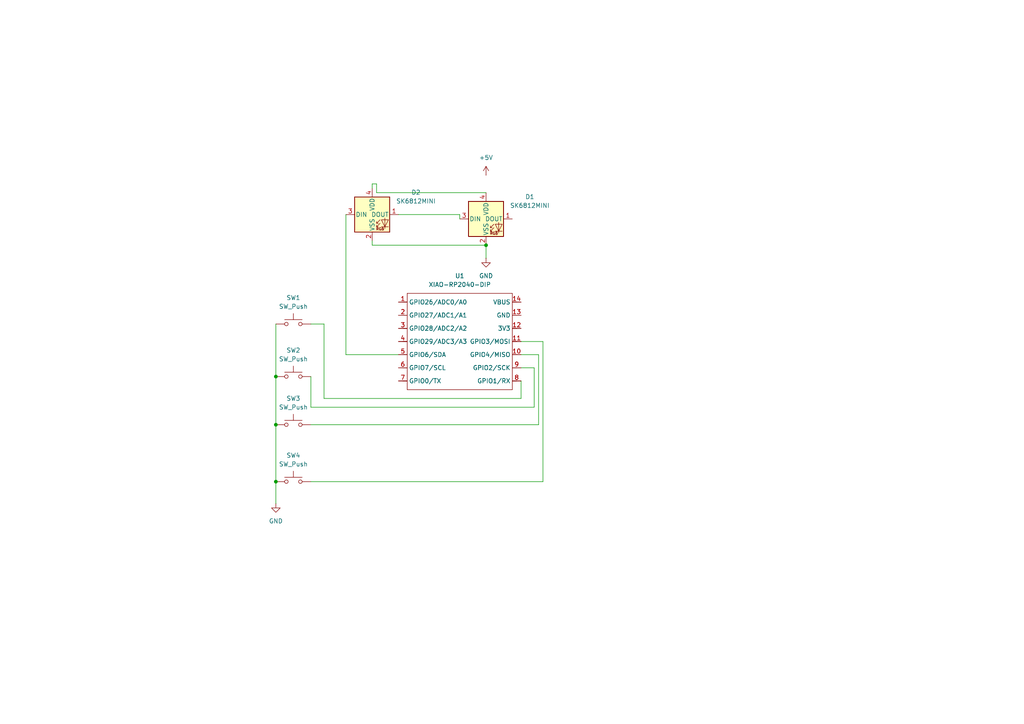
<source format=kicad_sch>
(kicad_sch
	(version 20250114)
	(generator "eeschema")
	(generator_version "9.0")
	(uuid "ed3fc0e3-fe13-4260-9b2a-ef13037584e5")
	(paper "A4")
	(lib_symbols
		(symbol "LED:SK6812MINI"
			(pin_names
				(offset 0.254)
			)
			(exclude_from_sim no)
			(in_bom yes)
			(on_board yes)
			(property "Reference" "D"
				(at 5.08 5.715 0)
				(effects
					(font
						(size 1.27 1.27)
					)
					(justify right bottom)
				)
			)
			(property "Value" "SK6812MINI"
				(at 1.27 -5.715 0)
				(effects
					(font
						(size 1.27 1.27)
					)
					(justify left top)
				)
			)
			(property "Footprint" "LED_SMD:LED_SK6812MINI_PLCC4_3.5x3.5mm_P1.75mm"
				(at 1.27 -7.62 0)
				(effects
					(font
						(size 1.27 1.27)
					)
					(justify left top)
					(hide yes)
				)
			)
			(property "Datasheet" "https://cdn-shop.adafruit.com/product-files/2686/SK6812MINI_REV.01-1-2.pdf"
				(at 2.54 -9.525 0)
				(effects
					(font
						(size 1.27 1.27)
					)
					(justify left top)
					(hide yes)
				)
			)
			(property "Description" "RGB LED with integrated controller"
				(at 0 0 0)
				(effects
					(font
						(size 1.27 1.27)
					)
					(hide yes)
				)
			)
			(property "ki_keywords" "RGB LED NeoPixel Mini addressable"
				(at 0 0 0)
				(effects
					(font
						(size 1.27 1.27)
					)
					(hide yes)
				)
			)
			(property "ki_fp_filters" "LED*SK6812MINI*PLCC*3.5x3.5mm*P1.75mm*"
				(at 0 0 0)
				(effects
					(font
						(size 1.27 1.27)
					)
					(hide yes)
				)
			)
			(symbol "SK6812MINI_0_0"
				(text "RGB"
					(at 2.286 -4.191 0)
					(effects
						(font
							(size 0.762 0.762)
						)
					)
				)
			)
			(symbol "SK6812MINI_0_1"
				(polyline
					(pts
						(xy 1.27 -2.54) (xy 1.778 -2.54)
					)
					(stroke
						(width 0)
						(type default)
					)
					(fill
						(type none)
					)
				)
				(polyline
					(pts
						(xy 1.27 -3.556) (xy 1.778 -3.556)
					)
					(stroke
						(width 0)
						(type default)
					)
					(fill
						(type none)
					)
				)
				(polyline
					(pts
						(xy 2.286 -1.524) (xy 1.27 -2.54) (xy 1.27 -2.032)
					)
					(stroke
						(width 0)
						(type default)
					)
					(fill
						(type none)
					)
				)
				(polyline
					(pts
						(xy 2.286 -2.54) (xy 1.27 -3.556) (xy 1.27 -3.048)
					)
					(stroke
						(width 0)
						(type default)
					)
					(fill
						(type none)
					)
				)
				(polyline
					(pts
						(xy 3.683 -1.016) (xy 3.683 -3.556) (xy 3.683 -4.064)
					)
					(stroke
						(width 0)
						(type default)
					)
					(fill
						(type none)
					)
				)
				(polyline
					(pts
						(xy 4.699 -1.524) (xy 2.667 -1.524) (xy 3.683 -3.556) (xy 4.699 -1.524)
					)
					(stroke
						(width 0)
						(type default)
					)
					(fill
						(type none)
					)
				)
				(polyline
					(pts
						(xy 4.699 -3.556) (xy 2.667 -3.556)
					)
					(stroke
						(width 0)
						(type default)
					)
					(fill
						(type none)
					)
				)
				(rectangle
					(start 5.08 5.08)
					(end -5.08 -5.08)
					(stroke
						(width 0.254)
						(type default)
					)
					(fill
						(type background)
					)
				)
			)
			(symbol "SK6812MINI_1_1"
				(pin input line
					(at -7.62 0 0)
					(length 2.54)
					(name "DIN"
						(effects
							(font
								(size 1.27 1.27)
							)
						)
					)
					(number "3"
						(effects
							(font
								(size 1.27 1.27)
							)
						)
					)
				)
				(pin power_in line
					(at 0 7.62 270)
					(length 2.54)
					(name "VDD"
						(effects
							(font
								(size 1.27 1.27)
							)
						)
					)
					(number "4"
						(effects
							(font
								(size 1.27 1.27)
							)
						)
					)
				)
				(pin power_in line
					(at 0 -7.62 90)
					(length 2.54)
					(name "VSS"
						(effects
							(font
								(size 1.27 1.27)
							)
						)
					)
					(number "2"
						(effects
							(font
								(size 1.27 1.27)
							)
						)
					)
				)
				(pin output line
					(at 7.62 0 180)
					(length 2.54)
					(name "DOUT"
						(effects
							(font
								(size 1.27 1.27)
							)
						)
					)
					(number "1"
						(effects
							(font
								(size 1.27 1.27)
							)
						)
					)
				)
			)
			(embedded_fonts no)
		)
		(symbol "OPL:XIAO-RP2040-DIP"
			(exclude_from_sim no)
			(in_bom yes)
			(on_board yes)
			(property "Reference" "U"
				(at 0 0 0)
				(effects
					(font
						(size 1.27 1.27)
					)
				)
			)
			(property "Value" "XIAO-RP2040-DIP"
				(at 5.334 -1.778 0)
				(effects
					(font
						(size 1.27 1.27)
					)
				)
			)
			(property "Footprint" "Module:MOUDLE14P-XIAO-DIP-SMD"
				(at 14.478 -32.258 0)
				(effects
					(font
						(size 1.27 1.27)
					)
					(hide yes)
				)
			)
			(property "Datasheet" ""
				(at 0 0 0)
				(effects
					(font
						(size 1.27 1.27)
					)
					(hide yes)
				)
			)
			(property "Description" ""
				(at 0 0 0)
				(effects
					(font
						(size 1.27 1.27)
					)
					(hide yes)
				)
			)
			(symbol "XIAO-RP2040-DIP_1_0"
				(polyline
					(pts
						(xy -1.27 -2.54) (xy 29.21 -2.54)
					)
					(stroke
						(width 0.1524)
						(type solid)
					)
					(fill
						(type none)
					)
				)
				(polyline
					(pts
						(xy -1.27 -5.08) (xy -2.54 -5.08)
					)
					(stroke
						(width 0.1524)
						(type solid)
					)
					(fill
						(type none)
					)
				)
				(polyline
					(pts
						(xy -1.27 -5.08) (xy -1.27 -2.54)
					)
					(stroke
						(width 0.1524)
						(type solid)
					)
					(fill
						(type none)
					)
				)
				(polyline
					(pts
						(xy -1.27 -8.89) (xy -2.54 -8.89)
					)
					(stroke
						(width 0.1524)
						(type solid)
					)
					(fill
						(type none)
					)
				)
				(polyline
					(pts
						(xy -1.27 -8.89) (xy -1.27 -5.08)
					)
					(stroke
						(width 0.1524)
						(type solid)
					)
					(fill
						(type none)
					)
				)
				(polyline
					(pts
						(xy -1.27 -12.7) (xy -2.54 -12.7)
					)
					(stroke
						(width 0.1524)
						(type solid)
					)
					(fill
						(type none)
					)
				)
				(polyline
					(pts
						(xy -1.27 -12.7) (xy -1.27 -8.89)
					)
					(stroke
						(width 0.1524)
						(type solid)
					)
					(fill
						(type none)
					)
				)
				(polyline
					(pts
						(xy -1.27 -16.51) (xy -2.54 -16.51)
					)
					(stroke
						(width 0.1524)
						(type solid)
					)
					(fill
						(type none)
					)
				)
				(polyline
					(pts
						(xy -1.27 -16.51) (xy -1.27 -12.7)
					)
					(stroke
						(width 0.1524)
						(type solid)
					)
					(fill
						(type none)
					)
				)
				(polyline
					(pts
						(xy -1.27 -20.32) (xy -2.54 -20.32)
					)
					(stroke
						(width 0.1524)
						(type solid)
					)
					(fill
						(type none)
					)
				)
				(polyline
					(pts
						(xy -1.27 -24.13) (xy -2.54 -24.13)
					)
					(stroke
						(width 0.1524)
						(type solid)
					)
					(fill
						(type none)
					)
				)
				(polyline
					(pts
						(xy -1.27 -27.94) (xy -2.54 -27.94)
					)
					(stroke
						(width 0.1524)
						(type solid)
					)
					(fill
						(type none)
					)
				)
				(polyline
					(pts
						(xy -1.27 -30.48) (xy -1.27 -16.51)
					)
					(stroke
						(width 0.1524)
						(type solid)
					)
					(fill
						(type none)
					)
				)
				(polyline
					(pts
						(xy 29.21 -2.54) (xy 29.21 -5.08)
					)
					(stroke
						(width 0.1524)
						(type solid)
					)
					(fill
						(type none)
					)
				)
				(polyline
					(pts
						(xy 29.21 -5.08) (xy 29.21 -8.89)
					)
					(stroke
						(width 0.1524)
						(type solid)
					)
					(fill
						(type none)
					)
				)
				(polyline
					(pts
						(xy 29.21 -8.89) (xy 29.21 -12.7)
					)
					(stroke
						(width 0.1524)
						(type solid)
					)
					(fill
						(type none)
					)
				)
				(polyline
					(pts
						(xy 29.21 -12.7) (xy 29.21 -30.48)
					)
					(stroke
						(width 0.1524)
						(type solid)
					)
					(fill
						(type none)
					)
				)
				(polyline
					(pts
						(xy 29.21 -30.48) (xy -1.27 -30.48)
					)
					(stroke
						(width 0.1524)
						(type solid)
					)
					(fill
						(type none)
					)
				)
				(polyline
					(pts
						(xy 30.48 -5.08) (xy 29.21 -5.08)
					)
					(stroke
						(width 0.1524)
						(type solid)
					)
					(fill
						(type none)
					)
				)
				(polyline
					(pts
						(xy 30.48 -8.89) (xy 29.21 -8.89)
					)
					(stroke
						(width 0.1524)
						(type solid)
					)
					(fill
						(type none)
					)
				)
				(polyline
					(pts
						(xy 30.48 -12.7) (xy 29.21 -12.7)
					)
					(stroke
						(width 0.1524)
						(type solid)
					)
					(fill
						(type none)
					)
				)
				(polyline
					(pts
						(xy 30.48 -16.51) (xy 29.21 -16.51)
					)
					(stroke
						(width 0.1524)
						(type solid)
					)
					(fill
						(type none)
					)
				)
				(polyline
					(pts
						(xy 30.48 -20.32) (xy 29.21 -20.32)
					)
					(stroke
						(width 0.1524)
						(type solid)
					)
					(fill
						(type none)
					)
				)
				(polyline
					(pts
						(xy 30.48 -24.13) (xy 29.21 -24.13)
					)
					(stroke
						(width 0.1524)
						(type solid)
					)
					(fill
						(type none)
					)
				)
				(polyline
					(pts
						(xy 30.48 -27.94) (xy 29.21 -27.94)
					)
					(stroke
						(width 0.1524)
						(type solid)
					)
					(fill
						(type none)
					)
				)
				(pin passive line
					(at -3.81 -5.08 0)
					(length 2.54)
					(name "GPIO26/ADC0/A0"
						(effects
							(font
								(size 1.27 1.27)
							)
						)
					)
					(number "1"
						(effects
							(font
								(size 1.27 1.27)
							)
						)
					)
				)
				(pin passive line
					(at -3.81 -8.89 0)
					(length 2.54)
					(name "GPIO27/ADC1/A1"
						(effects
							(font
								(size 1.27 1.27)
							)
						)
					)
					(number "2"
						(effects
							(font
								(size 1.27 1.27)
							)
						)
					)
				)
				(pin passive line
					(at -3.81 -12.7 0)
					(length 2.54)
					(name "GPIO28/ADC2/A2"
						(effects
							(font
								(size 1.27 1.27)
							)
						)
					)
					(number "3"
						(effects
							(font
								(size 1.27 1.27)
							)
						)
					)
				)
				(pin passive line
					(at -3.81 -16.51 0)
					(length 2.54)
					(name "GPIO29/ADC3/A3"
						(effects
							(font
								(size 1.27 1.27)
							)
						)
					)
					(number "4"
						(effects
							(font
								(size 1.27 1.27)
							)
						)
					)
				)
				(pin passive line
					(at -3.81 -20.32 0)
					(length 2.54)
					(name "GPIO6/SDA"
						(effects
							(font
								(size 1.27 1.27)
							)
						)
					)
					(number "5"
						(effects
							(font
								(size 1.27 1.27)
							)
						)
					)
				)
				(pin passive line
					(at -3.81 -24.13 0)
					(length 2.54)
					(name "GPIO7/SCL"
						(effects
							(font
								(size 1.27 1.27)
							)
						)
					)
					(number "6"
						(effects
							(font
								(size 1.27 1.27)
							)
						)
					)
				)
				(pin passive line
					(at -3.81 -27.94 0)
					(length 2.54)
					(name "GPIO0/TX"
						(effects
							(font
								(size 1.27 1.27)
							)
						)
					)
					(number "7"
						(effects
							(font
								(size 1.27 1.27)
							)
						)
					)
				)
				(pin passive line
					(at 31.75 -5.08 180)
					(length 2.54)
					(name "VBUS"
						(effects
							(font
								(size 1.27 1.27)
							)
						)
					)
					(number "14"
						(effects
							(font
								(size 1.27 1.27)
							)
						)
					)
				)
				(pin passive line
					(at 31.75 -8.89 180)
					(length 2.54)
					(name "GND"
						(effects
							(font
								(size 1.27 1.27)
							)
						)
					)
					(number "13"
						(effects
							(font
								(size 1.27 1.27)
							)
						)
					)
				)
				(pin passive line
					(at 31.75 -12.7 180)
					(length 2.54)
					(name "3V3"
						(effects
							(font
								(size 1.27 1.27)
							)
						)
					)
					(number "12"
						(effects
							(font
								(size 1.27 1.27)
							)
						)
					)
				)
				(pin passive line
					(at 31.75 -16.51 180)
					(length 2.54)
					(name "GPIO3/MOSI"
						(effects
							(font
								(size 1.27 1.27)
							)
						)
					)
					(number "11"
						(effects
							(font
								(size 1.27 1.27)
							)
						)
					)
				)
				(pin passive line
					(at 31.75 -20.32 180)
					(length 2.54)
					(name "GPIO4/MISO"
						(effects
							(font
								(size 1.27 1.27)
							)
						)
					)
					(number "10"
						(effects
							(font
								(size 1.27 1.27)
							)
						)
					)
				)
				(pin passive line
					(at 31.75 -24.13 180)
					(length 2.54)
					(name "GPIO2/SCK"
						(effects
							(font
								(size 1.27 1.27)
							)
						)
					)
					(number "9"
						(effects
							(font
								(size 1.27 1.27)
							)
						)
					)
				)
				(pin passive line
					(at 31.75 -27.94 180)
					(length 2.54)
					(name "GPIO1/RX"
						(effects
							(font
								(size 1.27 1.27)
							)
						)
					)
					(number "8"
						(effects
							(font
								(size 1.27 1.27)
							)
						)
					)
				)
			)
			(embedded_fonts no)
		)
		(symbol "Switch:SW_Push"
			(pin_numbers
				(hide yes)
			)
			(pin_names
				(offset 1.016)
				(hide yes)
			)
			(exclude_from_sim no)
			(in_bom yes)
			(on_board yes)
			(property "Reference" "SW"
				(at 1.27 2.54 0)
				(effects
					(font
						(size 1.27 1.27)
					)
					(justify left)
				)
			)
			(property "Value" "SW_Push"
				(at 0 -1.524 0)
				(effects
					(font
						(size 1.27 1.27)
					)
				)
			)
			(property "Footprint" ""
				(at 0 5.08 0)
				(effects
					(font
						(size 1.27 1.27)
					)
					(hide yes)
				)
			)
			(property "Datasheet" "~"
				(at 0 5.08 0)
				(effects
					(font
						(size 1.27 1.27)
					)
					(hide yes)
				)
			)
			(property "Description" "Push button switch, generic, two pins"
				(at 0 0 0)
				(effects
					(font
						(size 1.27 1.27)
					)
					(hide yes)
				)
			)
			(property "ki_keywords" "switch normally-open pushbutton push-button"
				(at 0 0 0)
				(effects
					(font
						(size 1.27 1.27)
					)
					(hide yes)
				)
			)
			(symbol "SW_Push_0_1"
				(circle
					(center -2.032 0)
					(radius 0.508)
					(stroke
						(width 0)
						(type default)
					)
					(fill
						(type none)
					)
				)
				(polyline
					(pts
						(xy 0 1.27) (xy 0 3.048)
					)
					(stroke
						(width 0)
						(type default)
					)
					(fill
						(type none)
					)
				)
				(circle
					(center 2.032 0)
					(radius 0.508)
					(stroke
						(width 0)
						(type default)
					)
					(fill
						(type none)
					)
				)
				(polyline
					(pts
						(xy 2.54 1.27) (xy -2.54 1.27)
					)
					(stroke
						(width 0)
						(type default)
					)
					(fill
						(type none)
					)
				)
				(pin passive line
					(at -5.08 0 0)
					(length 2.54)
					(name "1"
						(effects
							(font
								(size 1.27 1.27)
							)
						)
					)
					(number "1"
						(effects
							(font
								(size 1.27 1.27)
							)
						)
					)
				)
				(pin passive line
					(at 5.08 0 180)
					(length 2.54)
					(name "2"
						(effects
							(font
								(size 1.27 1.27)
							)
						)
					)
					(number "2"
						(effects
							(font
								(size 1.27 1.27)
							)
						)
					)
				)
			)
			(embedded_fonts no)
		)
		(symbol "power:+5V"
			(power)
			(pin_numbers
				(hide yes)
			)
			(pin_names
				(offset 0)
				(hide yes)
			)
			(exclude_from_sim no)
			(in_bom yes)
			(on_board yes)
			(property "Reference" "#PWR"
				(at 0 -3.81 0)
				(effects
					(font
						(size 1.27 1.27)
					)
					(hide yes)
				)
			)
			(property "Value" "+5V"
				(at 0 3.556 0)
				(effects
					(font
						(size 1.27 1.27)
					)
				)
			)
			(property "Footprint" ""
				(at 0 0 0)
				(effects
					(font
						(size 1.27 1.27)
					)
					(hide yes)
				)
			)
			(property "Datasheet" ""
				(at 0 0 0)
				(effects
					(font
						(size 1.27 1.27)
					)
					(hide yes)
				)
			)
			(property "Description" "Power symbol creates a global label with name \"+5V\""
				(at 0 0 0)
				(effects
					(font
						(size 1.27 1.27)
					)
					(hide yes)
				)
			)
			(property "ki_keywords" "global power"
				(at 0 0 0)
				(effects
					(font
						(size 1.27 1.27)
					)
					(hide yes)
				)
			)
			(symbol "+5V_0_1"
				(polyline
					(pts
						(xy -0.762 1.27) (xy 0 2.54)
					)
					(stroke
						(width 0)
						(type default)
					)
					(fill
						(type none)
					)
				)
				(polyline
					(pts
						(xy 0 2.54) (xy 0.762 1.27)
					)
					(stroke
						(width 0)
						(type default)
					)
					(fill
						(type none)
					)
				)
				(polyline
					(pts
						(xy 0 0) (xy 0 2.54)
					)
					(stroke
						(width 0)
						(type default)
					)
					(fill
						(type none)
					)
				)
			)
			(symbol "+5V_1_1"
				(pin power_in line
					(at 0 0 90)
					(length 0)
					(name "~"
						(effects
							(font
								(size 1.27 1.27)
							)
						)
					)
					(number "1"
						(effects
							(font
								(size 1.27 1.27)
							)
						)
					)
				)
			)
			(embedded_fonts no)
		)
		(symbol "power:GND"
			(power)
			(pin_numbers
				(hide yes)
			)
			(pin_names
				(offset 0)
				(hide yes)
			)
			(exclude_from_sim no)
			(in_bom yes)
			(on_board yes)
			(property "Reference" "#PWR"
				(at 0 -6.35 0)
				(effects
					(font
						(size 1.27 1.27)
					)
					(hide yes)
				)
			)
			(property "Value" "GND"
				(at 0 -3.81 0)
				(effects
					(font
						(size 1.27 1.27)
					)
				)
			)
			(property "Footprint" ""
				(at 0 0 0)
				(effects
					(font
						(size 1.27 1.27)
					)
					(hide yes)
				)
			)
			(property "Datasheet" ""
				(at 0 0 0)
				(effects
					(font
						(size 1.27 1.27)
					)
					(hide yes)
				)
			)
			(property "Description" "Power symbol creates a global label with name \"GND\" , ground"
				(at 0 0 0)
				(effects
					(font
						(size 1.27 1.27)
					)
					(hide yes)
				)
			)
			(property "ki_keywords" "global power"
				(at 0 0 0)
				(effects
					(font
						(size 1.27 1.27)
					)
					(hide yes)
				)
			)
			(symbol "GND_0_1"
				(polyline
					(pts
						(xy 0 0) (xy 0 -1.27) (xy 1.27 -1.27) (xy 0 -2.54) (xy -1.27 -1.27) (xy 0 -1.27)
					)
					(stroke
						(width 0)
						(type default)
					)
					(fill
						(type none)
					)
				)
			)
			(symbol "GND_1_1"
				(pin power_in line
					(at 0 0 270)
					(length 0)
					(name "~"
						(effects
							(font
								(size 1.27 1.27)
							)
						)
					)
					(number "1"
						(effects
							(font
								(size 1.27 1.27)
							)
						)
					)
				)
			)
			(embedded_fonts no)
		)
	)
	(junction
		(at 140.97 71.12)
		(diameter 0)
		(color 0 0 0 0)
		(uuid "1e35b585-c331-426c-b863-40630bb9d6bc")
	)
	(junction
		(at 80.01 109.22)
		(diameter 0)
		(color 0 0 0 0)
		(uuid "51bfd582-724b-4f56-9095-fdac41e685f3")
	)
	(junction
		(at 80.01 139.7)
		(diameter 0)
		(color 0 0 0 0)
		(uuid "b82883f6-9e63-4317-9aeb-823af5f812a4")
	)
	(junction
		(at 80.01 123.19)
		(diameter 0)
		(color 0 0 0 0)
		(uuid "d132b6c4-f775-4ebb-a032-cd06af8198ed")
	)
	(wire
		(pts
			(xy 151.13 115.57) (xy 151.13 110.49)
		)
		(stroke
			(width 0)
			(type default)
		)
		(uuid "04f63b78-db64-44f9-a435-835c4659fa29")
	)
	(wire
		(pts
			(xy 90.17 93.98) (xy 93.98 93.98)
		)
		(stroke
			(width 0)
			(type default)
		)
		(uuid "0fb376d4-4e26-4986-8100-d47a32bd3a1d")
	)
	(wire
		(pts
			(xy 115.57 62.23) (xy 133.35 62.23)
		)
		(stroke
			(width 0)
			(type default)
		)
		(uuid "11eb9892-af90-4d3b-a0e3-2cb7c34863b6")
	)
	(wire
		(pts
			(xy 156.21 123.19) (xy 90.17 123.19)
		)
		(stroke
			(width 0)
			(type default)
		)
		(uuid "17588d37-351c-4b49-b1b9-4f56c077e781")
	)
	(wire
		(pts
			(xy 109.22 55.88) (xy 109.22 53.34)
		)
		(stroke
			(width 0)
			(type default)
		)
		(uuid "17ea63f9-d8f9-4fc7-8706-3a901b6401b8")
	)
	(wire
		(pts
			(xy 90.17 118.11) (xy 90.17 109.22)
		)
		(stroke
			(width 0)
			(type default)
		)
		(uuid "2b5e350e-3234-4fa2-afff-20f8b8d53bf1")
	)
	(wire
		(pts
			(xy 157.48 99.06) (xy 157.48 139.7)
		)
		(stroke
			(width 0)
			(type default)
		)
		(uuid "3954202b-96a0-447d-b345-97f2c3d95161")
	)
	(wire
		(pts
			(xy 93.98 115.57) (xy 151.13 115.57)
		)
		(stroke
			(width 0)
			(type default)
		)
		(uuid "4b256682-ebb2-4602-af7f-073ad5df59ca")
	)
	(wire
		(pts
			(xy 154.94 118.11) (xy 90.17 118.11)
		)
		(stroke
			(width 0)
			(type default)
		)
		(uuid "4d101de6-6223-4064-a3ba-6de1167286d9")
	)
	(wire
		(pts
			(xy 151.13 106.68) (xy 154.94 106.68)
		)
		(stroke
			(width 0)
			(type default)
		)
		(uuid "5158dbbc-3175-4227-865d-765f2ce595da")
	)
	(wire
		(pts
			(xy 107.95 53.34) (xy 107.95 54.61)
		)
		(stroke
			(width 0)
			(type default)
		)
		(uuid "5523c397-e0c7-4f4d-8379-ac1d68815733")
	)
	(wire
		(pts
			(xy 151.13 99.06) (xy 157.48 99.06)
		)
		(stroke
			(width 0)
			(type default)
		)
		(uuid "6ec75dbf-0600-4970-b7e3-897a90c09c5c")
	)
	(wire
		(pts
			(xy 140.97 55.88) (xy 109.22 55.88)
		)
		(stroke
			(width 0)
			(type default)
		)
		(uuid "7c939626-d88d-411f-80aa-b55318cb9e68")
	)
	(wire
		(pts
			(xy 100.33 62.23) (xy 100.33 102.87)
		)
		(stroke
			(width 0)
			(type default)
		)
		(uuid "7e1c7a0f-0b34-4b9d-a9eb-b5f020fbf053")
	)
	(wire
		(pts
			(xy 109.22 53.34) (xy 107.95 53.34)
		)
		(stroke
			(width 0)
			(type default)
		)
		(uuid "84a835a2-9d9c-44bc-81e4-76f784c0f59b")
	)
	(wire
		(pts
			(xy 156.21 102.87) (xy 156.21 123.19)
		)
		(stroke
			(width 0)
			(type default)
		)
		(uuid "860fe8ef-ebb5-4253-aceb-2696d6ede883")
	)
	(wire
		(pts
			(xy 151.13 102.87) (xy 156.21 102.87)
		)
		(stroke
			(width 0)
			(type default)
		)
		(uuid "8b5740b8-bb5d-41c8-ad8c-7eb6ba79d166")
	)
	(wire
		(pts
			(xy 93.98 93.98) (xy 93.98 115.57)
		)
		(stroke
			(width 0)
			(type default)
		)
		(uuid "8eb3c239-1484-44d4-89c0-46fd95c57223")
	)
	(wire
		(pts
			(xy 140.97 71.12) (xy 107.95 71.12)
		)
		(stroke
			(width 0)
			(type default)
		)
		(uuid "9293dfe0-2fb3-4942-93fe-99722def8155")
	)
	(wire
		(pts
			(xy 157.48 139.7) (xy 90.17 139.7)
		)
		(stroke
			(width 0)
			(type default)
		)
		(uuid "94a8d271-1f4c-4250-939c-89d7770e6be0")
	)
	(wire
		(pts
			(xy 80.01 93.98) (xy 80.01 109.22)
		)
		(stroke
			(width 0)
			(type default)
		)
		(uuid "9a2c71a9-2788-4c73-bc40-cf40d39d0cb8")
	)
	(wire
		(pts
			(xy 154.94 106.68) (xy 154.94 118.11)
		)
		(stroke
			(width 0)
			(type default)
		)
		(uuid "9c55e19c-a812-42bd-b02c-cfc5e0319bb9")
	)
	(wire
		(pts
			(xy 140.97 71.12) (xy 140.97 74.93)
		)
		(stroke
			(width 0)
			(type default)
		)
		(uuid "a558928f-a7c2-4d45-83df-6d65024d8c8c")
	)
	(wire
		(pts
			(xy 133.35 62.23) (xy 133.35 63.5)
		)
		(stroke
			(width 0)
			(type default)
		)
		(uuid "b412ab1e-45b5-4acb-a400-b4b284e35d63")
	)
	(wire
		(pts
			(xy 80.01 109.22) (xy 80.01 123.19)
		)
		(stroke
			(width 0)
			(type default)
		)
		(uuid "c6af9c17-1a60-4587-9add-02f939a6fba5")
	)
	(wire
		(pts
			(xy 80.01 123.19) (xy 80.01 139.7)
		)
		(stroke
			(width 0)
			(type default)
		)
		(uuid "d33dcbff-ea43-474b-8db4-10834f8a2634")
	)
	(wire
		(pts
			(xy 80.01 139.7) (xy 80.01 146.05)
		)
		(stroke
			(width 0)
			(type default)
		)
		(uuid "e903d112-163d-499b-b240-d24b7967d543")
	)
	(wire
		(pts
			(xy 100.33 102.87) (xy 115.57 102.87)
		)
		(stroke
			(width 0)
			(type default)
		)
		(uuid "f0690ac3-b068-4125-b45f-283851a6be14")
	)
	(wire
		(pts
			(xy 107.95 71.12) (xy 107.95 69.85)
		)
		(stroke
			(width 0)
			(type default)
		)
		(uuid "f440676a-505f-48bb-906c-2379e2095f9d")
	)
	(symbol
		(lib_id "power:+5V")
		(at 140.97 50.8 0)
		(unit 1)
		(exclude_from_sim no)
		(in_bom yes)
		(on_board yes)
		(dnp no)
		(fields_autoplaced yes)
		(uuid "086d72d4-23b2-4a46-9865-4f82f0348e21")
		(property "Reference" "#PWR01"
			(at 140.97 54.61 0)
			(effects
				(font
					(size 1.27 1.27)
				)
				(hide yes)
			)
		)
		(property "Value" "+5V"
			(at 140.97 45.72 0)
			(effects
				(font
					(size 1.27 1.27)
				)
			)
		)
		(property "Footprint" ""
			(at 140.97 50.8 0)
			(effects
				(font
					(size 1.27 1.27)
				)
				(hide yes)
			)
		)
		(property "Datasheet" ""
			(at 140.97 50.8 0)
			(effects
				(font
					(size 1.27 1.27)
				)
				(hide yes)
			)
		)
		(property "Description" "Power symbol creates a global label with name \"+5V\""
			(at 140.97 50.8 0)
			(effects
				(font
					(size 1.27 1.27)
				)
				(hide yes)
			)
		)
		(pin "1"
			(uuid "556ed09a-9355-44cb-ab6a-fa57f8a2ddb8")
		)
		(instances
			(project ""
				(path "/ed3fc0e3-fe13-4260-9b2a-ef13037584e5"
					(reference "#PWR01")
					(unit 1)
				)
			)
		)
	)
	(symbol
		(lib_id "LED:SK6812MINI")
		(at 140.97 63.5 0)
		(unit 1)
		(exclude_from_sim no)
		(in_bom yes)
		(on_board yes)
		(dnp no)
		(fields_autoplaced yes)
		(uuid "0b23aa91-b240-4282-8d1c-29b026668851")
		(property "Reference" "D1"
			(at 153.67 57.0798 0)
			(effects
				(font
					(size 1.27 1.27)
				)
			)
		)
		(property "Value" "SK6812MINI"
			(at 153.67 59.6198 0)
			(effects
				(font
					(size 1.27 1.27)
				)
			)
		)
		(property "Footprint" "LED_SMD:LED_SK6812MINI_PLCC4_3.5x3.5mm_P1.75mm"
			(at 142.24 71.12 0)
			(effects
				(font
					(size 1.27 1.27)
				)
				(justify left top)
				(hide yes)
			)
		)
		(property "Datasheet" "https://cdn-shop.adafruit.com/product-files/2686/SK6812MINI_REV.01-1-2.pdf"
			(at 143.51 73.025 0)
			(effects
				(font
					(size 1.27 1.27)
				)
				(justify left top)
				(hide yes)
			)
		)
		(property "Description" "RGB LED with integrated controller"
			(at 140.97 63.5 0)
			(effects
				(font
					(size 1.27 1.27)
				)
				(hide yes)
			)
		)
		(pin "3"
			(uuid "8dbdd9b6-a677-4440-bd3d-277402ca3a41")
		)
		(pin "4"
			(uuid "85342825-ceeb-4f53-a46c-7561ca194faa")
		)
		(pin "2"
			(uuid "97f5f1ee-3538-497b-8baf-b0d9b1a3283f")
		)
		(pin "1"
			(uuid "fe98e1b0-0f2b-4f16-bb66-25282784207c")
		)
		(instances
			(project ""
				(path "/ed3fc0e3-fe13-4260-9b2a-ef13037584e5"
					(reference "D1")
					(unit 1)
				)
			)
		)
	)
	(symbol
		(lib_id "Switch:SW_Push")
		(at 85.09 123.19 0)
		(unit 1)
		(exclude_from_sim no)
		(in_bom yes)
		(on_board yes)
		(dnp no)
		(fields_autoplaced yes)
		(uuid "1578bcba-86ef-4d83-9125-ed91b6c75446")
		(property "Reference" "SW3"
			(at 85.09 115.57 0)
			(effects
				(font
					(size 1.27 1.27)
				)
			)
		)
		(property "Value" "SW_Push"
			(at 85.09 118.11 0)
			(effects
				(font
					(size 1.27 1.27)
				)
			)
		)
		(property "Footprint" "Button_Switch_Keyboard:SW_Cherry_MX_1.00u_PCB"
			(at 85.09 118.11 0)
			(effects
				(font
					(size 1.27 1.27)
				)
				(hide yes)
			)
		)
		(property "Datasheet" "~"
			(at 85.09 118.11 0)
			(effects
				(font
					(size 1.27 1.27)
				)
				(hide yes)
			)
		)
		(property "Description" "Push button switch, generic, two pins"
			(at 85.09 123.19 0)
			(effects
				(font
					(size 1.27 1.27)
				)
				(hide yes)
			)
		)
		(pin "1"
			(uuid "26d5546c-a6db-4c3c-9b50-b60ad65cf389")
		)
		(pin "2"
			(uuid "571cfb9a-008e-49e8-b976-58008ab50067")
		)
		(instances
			(project ""
				(path "/ed3fc0e3-fe13-4260-9b2a-ef13037584e5"
					(reference "SW3")
					(unit 1)
				)
			)
		)
	)
	(symbol
		(lib_id "power:GND")
		(at 80.01 146.05 0)
		(unit 1)
		(exclude_from_sim no)
		(in_bom yes)
		(on_board yes)
		(dnp no)
		(fields_autoplaced yes)
		(uuid "20a2c844-838f-41b5-8a1f-95bd2338ca72")
		(property "Reference" "#PWR03"
			(at 80.01 152.4 0)
			(effects
				(font
					(size 1.27 1.27)
				)
				(hide yes)
			)
		)
		(property "Value" "GND"
			(at 80.01 151.13 0)
			(effects
				(font
					(size 1.27 1.27)
				)
			)
		)
		(property "Footprint" ""
			(at 80.01 146.05 0)
			(effects
				(font
					(size 1.27 1.27)
				)
				(hide yes)
			)
		)
		(property "Datasheet" ""
			(at 80.01 146.05 0)
			(effects
				(font
					(size 1.27 1.27)
				)
				(hide yes)
			)
		)
		(property "Description" "Power symbol creates a global label with name \"GND\" , ground"
			(at 80.01 146.05 0)
			(effects
				(font
					(size 1.27 1.27)
				)
				(hide yes)
			)
		)
		(pin "1"
			(uuid "dd7476b7-b6d5-4c58-8037-297e563778d0")
		)
		(instances
			(project ""
				(path "/ed3fc0e3-fe13-4260-9b2a-ef13037584e5"
					(reference "#PWR03")
					(unit 1)
				)
			)
		)
	)
	(symbol
		(lib_id "power:GND")
		(at 140.97 74.93 0)
		(unit 1)
		(exclude_from_sim no)
		(in_bom yes)
		(on_board yes)
		(dnp no)
		(fields_autoplaced yes)
		(uuid "233bb756-b7dc-4ea9-afa8-dce06d05fedb")
		(property "Reference" "#PWR02"
			(at 140.97 81.28 0)
			(effects
				(font
					(size 1.27 1.27)
				)
				(hide yes)
			)
		)
		(property "Value" "GND"
			(at 140.97 80.01 0)
			(effects
				(font
					(size 1.27 1.27)
				)
			)
		)
		(property "Footprint" ""
			(at 140.97 74.93 0)
			(effects
				(font
					(size 1.27 1.27)
				)
				(hide yes)
			)
		)
		(property "Datasheet" ""
			(at 140.97 74.93 0)
			(effects
				(font
					(size 1.27 1.27)
				)
				(hide yes)
			)
		)
		(property "Description" "Power symbol creates a global label with name \"GND\" , ground"
			(at 140.97 74.93 0)
			(effects
				(font
					(size 1.27 1.27)
				)
				(hide yes)
			)
		)
		(pin "1"
			(uuid "dd7476b7-b6d5-4c58-8037-297e563778d0")
		)
		(instances
			(project ""
				(path "/ed3fc0e3-fe13-4260-9b2a-ef13037584e5"
					(reference "#PWR02")
					(unit 1)
				)
			)
		)
	)
	(symbol
		(lib_id "Switch:SW_Push")
		(at 85.09 93.98 0)
		(unit 1)
		(exclude_from_sim no)
		(in_bom yes)
		(on_board yes)
		(dnp no)
		(fields_autoplaced yes)
		(uuid "ab442788-8343-47b7-85e7-c183150a3e03")
		(property "Reference" "SW1"
			(at 85.09 86.36 0)
			(effects
				(font
					(size 1.27 1.27)
				)
			)
		)
		(property "Value" "SW_Push"
			(at 85.09 88.9 0)
			(effects
				(font
					(size 1.27 1.27)
				)
			)
		)
		(property "Footprint" "Button_Switch_Keyboard:SW_Cherry_MX_1.00u_PCB"
			(at 85.09 88.9 0)
			(effects
				(font
					(size 1.27 1.27)
				)
				(hide yes)
			)
		)
		(property "Datasheet" "~"
			(at 85.09 88.9 0)
			(effects
				(font
					(size 1.27 1.27)
				)
				(hide yes)
			)
		)
		(property "Description" "Push button switch, generic, two pins"
			(at 85.09 93.98 0)
			(effects
				(font
					(size 1.27 1.27)
				)
				(hide yes)
			)
		)
		(pin "1"
			(uuid "26d5546c-a6db-4c3c-9b50-b60ad65cf389")
		)
		(pin "2"
			(uuid "571cfb9a-008e-49e8-b976-58008ab50067")
		)
		(instances
			(project ""
				(path "/ed3fc0e3-fe13-4260-9b2a-ef13037584e5"
					(reference "SW1")
					(unit 1)
				)
			)
		)
	)
	(symbol
		(lib_id "Switch:SW_Push")
		(at 85.09 109.22 0)
		(unit 1)
		(exclude_from_sim no)
		(in_bom yes)
		(on_board yes)
		(dnp no)
		(fields_autoplaced yes)
		(uuid "c75474a3-11cf-44a9-a6d0-4fa6ab1ee039")
		(property "Reference" "SW2"
			(at 85.09 101.6 0)
			(effects
				(font
					(size 1.27 1.27)
				)
			)
		)
		(property "Value" "SW_Push"
			(at 85.09 104.14 0)
			(effects
				(font
					(size 1.27 1.27)
				)
			)
		)
		(property "Footprint" "Button_Switch_Keyboard:SW_Cherry_MX_1.00u_PCB"
			(at 85.09 104.14 0)
			(effects
				(font
					(size 1.27 1.27)
				)
				(hide yes)
			)
		)
		(property "Datasheet" "~"
			(at 85.09 104.14 0)
			(effects
				(font
					(size 1.27 1.27)
				)
				(hide yes)
			)
		)
		(property "Description" "Push button switch, generic, two pins"
			(at 85.09 109.22 0)
			(effects
				(font
					(size 1.27 1.27)
				)
				(hide yes)
			)
		)
		(pin "1"
			(uuid "26d5546c-a6db-4c3c-9b50-b60ad65cf389")
		)
		(pin "2"
			(uuid "571cfb9a-008e-49e8-b976-58008ab50067")
		)
		(instances
			(project ""
				(path "/ed3fc0e3-fe13-4260-9b2a-ef13037584e5"
					(reference "SW2")
					(unit 1)
				)
			)
		)
	)
	(symbol
		(lib_id "LED:SK6812MINI")
		(at 107.95 62.23 0)
		(unit 1)
		(exclude_from_sim no)
		(in_bom yes)
		(on_board yes)
		(dnp no)
		(fields_autoplaced yes)
		(uuid "e6ce8427-acde-449d-a1db-68ee5f1c62a2")
		(property "Reference" "D2"
			(at 120.65 55.8098 0)
			(effects
				(font
					(size 1.27 1.27)
				)
			)
		)
		(property "Value" "SK6812MINI"
			(at 120.65 58.3498 0)
			(effects
				(font
					(size 1.27 1.27)
				)
			)
		)
		(property "Footprint" "LED_SMD:LED_SK6812MINI_PLCC4_3.5x3.5mm_P1.75mm"
			(at 109.22 69.85 0)
			(effects
				(font
					(size 1.27 1.27)
				)
				(justify left top)
				(hide yes)
			)
		)
		(property "Datasheet" "https://cdn-shop.adafruit.com/product-files/2686/SK6812MINI_REV.01-1-2.pdf"
			(at 110.49 71.755 0)
			(effects
				(font
					(size 1.27 1.27)
				)
				(justify left top)
				(hide yes)
			)
		)
		(property "Description" "RGB LED with integrated controller"
			(at 107.95 62.23 0)
			(effects
				(font
					(size 1.27 1.27)
				)
				(hide yes)
			)
		)
		(pin "3"
			(uuid "8dbdd9b6-a677-4440-bd3d-277402ca3a41")
		)
		(pin "4"
			(uuid "85342825-ceeb-4f53-a46c-7561ca194faa")
		)
		(pin "2"
			(uuid "97f5f1ee-3538-497b-8baf-b0d9b1a3283f")
		)
		(pin "1"
			(uuid "fe98e1b0-0f2b-4f16-bb66-25282784207c")
		)
		(instances
			(project ""
				(path "/ed3fc0e3-fe13-4260-9b2a-ef13037584e5"
					(reference "D2")
					(unit 1)
				)
			)
		)
	)
	(symbol
		(lib_id "Switch:SW_Push")
		(at 85.09 139.7 0)
		(unit 1)
		(exclude_from_sim no)
		(in_bom yes)
		(on_board yes)
		(dnp no)
		(fields_autoplaced yes)
		(uuid "f411ed76-3fd8-4464-afe7-ae878278dde6")
		(property "Reference" "SW4"
			(at 85.09 132.08 0)
			(effects
				(font
					(size 1.27 1.27)
				)
			)
		)
		(property "Value" "SW_Push"
			(at 85.09 134.62 0)
			(effects
				(font
					(size 1.27 1.27)
				)
			)
		)
		(property "Footprint" "Button_Switch_Keyboard:SW_Cherry_MX_1.00u_PCB"
			(at 85.09 134.62 0)
			(effects
				(font
					(size 1.27 1.27)
				)
				(hide yes)
			)
		)
		(property "Datasheet" "~"
			(at 85.09 134.62 0)
			(effects
				(font
					(size 1.27 1.27)
				)
				(hide yes)
			)
		)
		(property "Description" "Push button switch, generic, two pins"
			(at 85.09 139.7 0)
			(effects
				(font
					(size 1.27 1.27)
				)
				(hide yes)
			)
		)
		(pin "1"
			(uuid "26d5546c-a6db-4c3c-9b50-b60ad65cf389")
		)
		(pin "2"
			(uuid "571cfb9a-008e-49e8-b976-58008ab50067")
		)
		(instances
			(project ""
				(path "/ed3fc0e3-fe13-4260-9b2a-ef13037584e5"
					(reference "SW4")
					(unit 1)
				)
			)
		)
	)
	(symbol
		(lib_id "OPL:XIAO-RP2040-DIP")
		(at 119.38 82.55 0)
		(unit 1)
		(exclude_from_sim no)
		(in_bom yes)
		(on_board yes)
		(dnp no)
		(fields_autoplaced yes)
		(uuid "fcc8117e-e962-434a-af89-557d762cebd7")
		(property "Reference" "U1"
			(at 133.35 80.01 0)
			(effects
				(font
					(size 1.27 1.27)
				)
			)
		)
		(property "Value" "XIAO-RP2040-DIP"
			(at 133.35 82.55 0)
			(effects
				(font
					(size 1.27 1.27)
				)
			)
		)
		(property "Footprint" "OPL:XIAO-RP2040-DIP"
			(at 133.858 114.808 0)
			(effects
				(font
					(size 1.27 1.27)
				)
				(hide yes)
			)
		)
		(property "Datasheet" ""
			(at 119.38 82.55 0)
			(effects
				(font
					(size 1.27 1.27)
				)
				(hide yes)
			)
		)
		(property "Description" ""
			(at 119.38 82.55 0)
			(effects
				(font
					(size 1.27 1.27)
				)
				(hide yes)
			)
		)
		(pin "7"
			(uuid "10602599-921f-4505-b0e9-3ddee7526f53")
		)
		(pin "2"
			(uuid "fd26b52c-1628-4ff7-9032-e99ab159b47a")
		)
		(pin "4"
			(uuid "0aa978dd-9b37-4d58-8823-88b203d0863d")
		)
		(pin "6"
			(uuid "67d12fc2-5b4b-42aa-9e22-e0bc4c550a23")
		)
		(pin "9"
			(uuid "0b634eaf-ba4f-435e-9f17-4e88ed9df650")
		)
		(pin "8"
			(uuid "30ebb89f-619a-4768-a7bb-e1e7c2da5deb")
		)
		(pin "10"
			(uuid "61a4e26e-c7cc-4bd1-9723-096fb2155f1a")
		)
		(pin "13"
			(uuid "9794983a-20ee-4b59-a460-e7bb3ec935e7")
		)
		(pin "11"
			(uuid "e13ba510-fe4f-4419-ac7d-14bb2c8296e3")
		)
		(pin "3"
			(uuid "02cf5a88-2a17-4007-b4f9-ab65c05a608c")
		)
		(pin "14"
			(uuid "5cb5c3f8-f2a0-402b-9987-146bf0a69785")
		)
		(pin "1"
			(uuid "3dfc4f8f-f36c-4977-abad-4d44a05a272f")
		)
		(pin "5"
			(uuid "d7b0859b-7a56-415f-ab76-fb67114c03a6")
		)
		(pin "12"
			(uuid "d3683037-a2be-45da-b11c-3b21e0079a99")
		)
		(instances
			(project ""
				(path "/ed3fc0e3-fe13-4260-9b2a-ef13037584e5"
					(reference "U1")
					(unit 1)
				)
			)
		)
	)
	(sheet_instances
		(path "/"
			(page "1")
		)
	)
	(embedded_fonts no)
)

</source>
